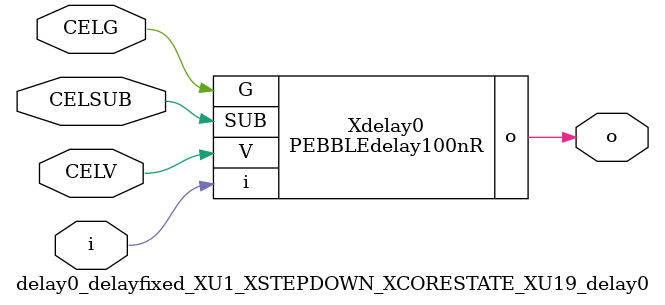
<source format=v>



module PEBBLEdelay100nR ( o, V, G, i, SUB );

  input V;
  input i;
  input G;
  output o;
  input SUB;
endmodule

//Celera Confidential Do Not Copy delay0_delayfixed_XU1_XSTEPDOWN_XCORESTATE_XU19_delay0
//TYPE: fixed 100ns
module delay0_delayfixed_XU1_XSTEPDOWN_XCORESTATE_XU19_delay0 (i, CELV, o,
CELG,CELSUB);
input CELV;
input i;
output o;
input CELSUB;
input CELG;

//Celera Confidential Do Not Copy delayfast0
PEBBLEdelay100nR Xdelay0(
.V (CELV),
.i (i),
.o (o),
.G (CELG),
.SUB (CELSUB)
);
//,diesize,PEBBLEdelay100nR

//Celera Confidential Do Not Copy Module End
//Celera Schematic Generator
endmodule

</source>
